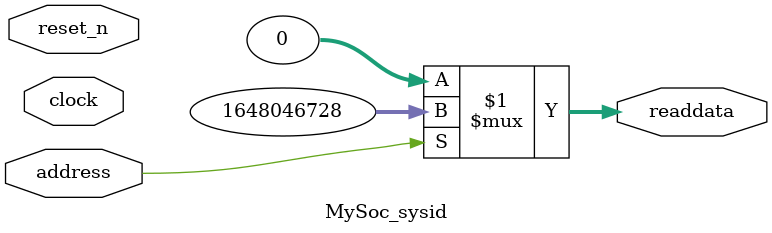
<source format=v>

`timescale 1ns / 1ps
// synthesis translate_on

// turn off superfluous verilog processor warnings 
// altera message_level Level1 
// altera message_off 10034 10035 10036 10037 10230 10240 10030 

module MySoc_sysid (
               // inputs:
                address,
                clock,
                reset_n,

               // outputs:
                readdata
             )
;

  output  [ 31: 0] readdata;
  input            address;
  input            clock;
  input            reset_n;

  wire    [ 31: 0] readdata;
  //control_slave, which is an e_avalon_slave
  assign readdata = address ? 1648046728 : 0;

endmodule




</source>
